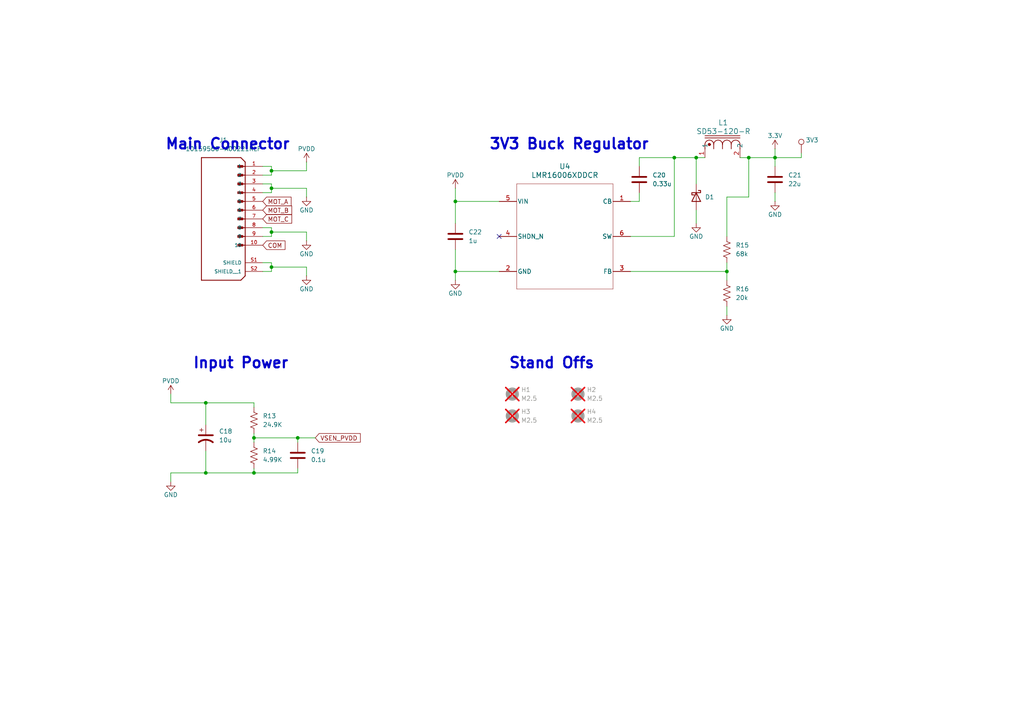
<source format=kicad_sch>
(kicad_sch (version 20231120) (generator "eeschema") (generator_version "8.0")
  (paper "A4")
  (title_block (title "Easy ESC") (date "2024-08-06") (rev "1.0") (company "Buckley Boards "))
  (lib_symbols
    (symbol "Connector:TestPoint" (pin_numbers hide) (pin_names (offset 0.762) hide)
      (property "Reference" "TP" (at 0 6.858 0))
      (property "Value" "TestPoint" (at 0 5.08 0))
      (symbol "TestPoint_0_1"
        (circle (center 0 3.302) (radius 0.762))
      )
      (symbol "TestPoint_1_1"
        (pin passive line (at 0 0 90) (length 2.54) (name "1") (number "1"))
      )
    )
    (symbol "Device:C" (pin_numbers hide) (pin_names (offset 0.254))
      (property "Reference" "C" (at 0.635 2.54 0))
      (property "Value" "C" (at 0.635 -2.54 0))
      (symbol "C_0_1"
        (polyline (pts (xy -2.032 -0.762) (xy 2.032 -0.762)) (stroke (width 0.508)))
        (polyline (pts (xy -2.032 0.762) (xy 2.032 0.762)) (stroke (width 0.508)))
      )
      (symbol "C_1_1"
        (pin passive line (at 0 3.81 270) (length 2.794) (name "~") (number "1"))
        (pin passive line (at 0 -3.81 90) (length 2.794) (name "~") (number "2"))
      )
    )
    (symbol "Device:C_Polarized_US" (pin_numbers hide) (pin_names (offset 0.254) hide)
      (property "Reference" "C" (at 0.635 2.54 0))
      (property "Value" "C_Polarized_US" (at 0.635 -2.54 0))
      (symbol "C_Polarized_US_0_1"
        (polyline (pts (xy -2.032 0.762) (xy 2.032 0.762)) (stroke (width 0.508)))
        (polyline (pts (xy -1.778 2.286) (xy -0.762 2.286)))
        (polyline (pts (xy -1.27 1.778) (xy -1.27 2.794)))
        (arc (start 2.032 -1.27) (mid 0 -0.5572) (end -2.032 -1.27) (stroke (width 0.508)))
      )
      (symbol "C_Polarized_US_1_1"
        (pin passive line (at 0 3.81 270) (length 2.794) (name "~") (number "1"))
        (pin passive line (at 0 -3.81 90) (length 3.302) (name "~") (number "2"))
      )
    )
    (symbol "Device:D_Schottky" (pin_numbers hide) (pin_names (offset 1.016) hide)
      (property "Reference" "D" (at 0 2.54 0))
      (property "Value" "D_Schottky" (at 0 -2.54 0))
      (symbol "D_Schottky_0_1"
        (polyline (pts (xy 1.27 0) (xy -1.27 0)))
        (polyline (pts (xy 1.27 1.27) (xy 1.27 -1.27) (xy -1.27 0) (xy 1.27 1.27)) (stroke (width 0.254)))
        (polyline (pts (xy -1.905 0.635) (xy -1.905 1.27) (xy -1.27 1.27) (xy -1.27 -1.27) (xy -0.635 -1.27) (xy -0.635 -0.635)) (stroke (width 0.254)))
      )
      (symbol "D_Schottky_1_1"
        (pin passive line (at -3.81 0 0) (length 2.54) (name "K") (number "1"))
        (pin passive line (at 3.81 0 180) (length 2.54) (name "A") (number "2"))
      )
    )
    (symbol "Device:R_US" (pin_numbers hide) (pin_names (offset 0))
      (property "Reference" "R" (at 2.54 0 90))
      (property "Value" "R_US" (at -2.54 0 90))
      (symbol "R_US_0_1"
        (polyline (pts (xy 0 -2.286) (xy 0 -2.54)))
        (polyline (pts (xy 0 2.286) (xy 0 2.54)))
        (polyline (pts (xy 0 -0.762) (xy 1.016 -1.143) (xy 0 -1.524) (xy -1.016 -1.905) (xy 0 -2.286)))
        (polyline (pts (xy 0 0.762) (xy 1.016 0.381) (xy 0 0) (xy -1.016 -0.381) (xy 0 -0.762)))
        (polyline (pts (xy 0 2.286) (xy 1.016 1.905) (xy 0 1.524) (xy -1.016 1.143) (xy 0 0.762)))
      )
      (symbol "R_US_1_1"
        (pin passive line (at 0 3.81 270) (length 1.27) (name "~") (number "1"))
        (pin passive line (at 0 -3.81 90) (length 1.27) (name "~") (number "2"))
      )
    )
    (symbol "EasyBLDC:10159560-A00221RLF" (pin_names (offset 1.016))
      (property "Reference" "J" (at 0 16.51 0))
      (property "Value" "10159560-A00221RLF" (at 0 -22.86 0))
      (symbol "10159560-A00221RLF_0_0"
        (polyline (pts (xy 0 -19.05) (xy 1.27 -20.32)) (stroke (width 0.254)))
        (polyline (pts (xy 0 -10.16) (xy 1.905 -10.16)) (stroke (width 0.254)))
        (polyline (pts (xy 0 -7.62) (xy 1.905 -7.62)) (stroke (width 0.254)))
        (polyline (pts (xy 0 -5.08) (xy 1.905 -5.08)) (stroke (width 0.254)))
        (polyline (pts (xy 0 -2.54) (xy 1.905 -2.54)) (stroke (width 0.254)))
        (polyline (pts (xy 0 0) (xy 1.905 0)) (stroke (width 0.254)))
        (polyline (pts (xy 0 2.54) (xy 1.905 2.54)) (stroke (width 0.254)))
        (polyline (pts (xy 0 5.08) (xy 1.905 5.08)) (stroke (width 0.254)))
        (polyline (pts (xy 0 7.62) (xy 1.905 7.62)) (stroke (width 0.254)))
        (polyline (pts (xy 0 10.16) (xy 1.905 10.16)) (stroke (width 0.254)))
        (polyline (pts (xy 0 12.7) (xy 0 -19.05)) (stroke (width 0.254)))
        (polyline (pts (xy 0 12.7) (xy 1.905 12.7)) (stroke (width 0.254)))
        (polyline (pts (xy 0 13.97) (xy 0 12.7)) (stroke (width 0.254)))
        (polyline (pts (xy 0 13.97) (xy 1.27 15.24)) (stroke (width 0.254)))
        (polyline (pts (xy 1.27 -20.32) (xy 12.7 -20.32)) (stroke (width 0.254)))
        (polyline (pts (xy 12.7 -20.32) (xy 12.7 15.24)) (stroke (width 0.254)))
        (polyline (pts (xy 12.7 15.24) (xy 1.27 15.24)) (stroke (width 0.254)))
        (rectangle (start 0.635 -10.4775) (end 2.2225 -9.8425) (stroke (width 0.1)) (fill (type outline)))
        (rectangle (start 0.635 -7.9375) (end 2.2225 -7.3025) (stroke (width 0.1)) (fill (type outline)))
        (rectangle (start 0.635 -5.3975) (end 2.2225 -4.7625) (stroke (width 0.1)) (fill (type outline)))
        (rectangle (start 0.635 -2.8575) (end 2.2225 -2.2225) (stroke (width 0.1)) (fill (type outline)))
        (rectangle (start 0.635 -0.3175) (end 2.2225 0.3175) (stroke (width 0.1)) (fill (type outline)))
        (rectangle (start 0.635 2.2225) (end 2.2225 2.8575) (stroke (width 0.1)) (fill (type outline)))
        (rectangle (start 0.635 4.7625) (end 2.2225 5.3975) (stroke (width 0.1)) (fill (type outline)))
        (rectangle (start 0.635 7.3025) (end 2.2225 7.9375) (stroke (width 0.1)) (fill (type outline)))
        (rectangle (start 0.635 9.8425) (end 2.2225 10.4775) (stroke (width 0.1)) (fill (type outline)))
        (rectangle (start 0.635 12.3825) (end 2.2225 13.0175) (stroke (width 0.1)) (fill (type outline)))
        (pin power_in line (at -5.08 12.7 0) (length 5.08) (name "1") (number "1"))
        (pin power_in line (at -5.08 -10.16 0) (length 5.08) (name "10") (number "10"))
        (pin power_in line (at -5.08 10.16 0) (length 5.08) (name "2") (number "2"))
        (pin power_in line (at -5.08 7.62 0) (length 5.08) (name "3") (number "3"))
        (pin power_in line (at -5.08 5.08 0) (length 5.08) (name "4") (number "4"))
        (pin power_in line (at -5.08 2.54 0) (length 5.08) (name "5") (number "5"))
        (pin power_in line (at -5.08 0 0) (length 5.08) (name "6") (number "6"))
        (pin power_in line (at -5.08 -2.54 0) (length 5.08) (name "7") (number "7"))
        (pin power_in line (at -5.08 -5.08 0) (length 5.08) (name "8") (number "8"))
        (pin power_in line (at -5.08 -7.62 0) (length 5.08) (name "9") (number "9"))
        (pin passive line (at -5.08 -15.24 0) (length 5.08) (name "SHIELD") (number "S1"))
        (pin passive line (at -5.08 -17.78 0) (length 5.08) (name "SHIELD__1") (number "S2"))
      )
    )
    (symbol "EasyBLDC:LMR16006XDDCR" (pin_names (offset 0.254))
      (property "Reference" "U" (at 0 2.54 0))
      (property "Value" "LMR16006XDDCR" (at 0 0 0))
      (symbol "LMR16006XDDCR_0_1"
        (polyline (pts (xy -12.7 -15.24) (xy 15.24 -15.24)) (stroke (width 0.1016)))
        (polyline (pts (xy -12.7 15.24) (xy -12.7 -15.24)) (stroke (width 0.1016)))
        (polyline (pts (xy 15.24 -15.24) (xy 15.24 15.24)) (stroke (width 0.1016)))
        (polyline (pts (xy 15.24 15.24) (xy -12.7 15.24)) (stroke (width 0.1016)))
        (pin output line (at 20.32 10.16 180) (length 5.08) (name "CB") (number "1"))
        (pin power_in line (at -17.78 -10.16 0) (length 5.08) (name "GND") (number "2"))
        (pin input line (at 20.32 -10.16 180) (length 5.08) (name "FB") (number "3"))
        (pin input line (at -17.78 0 0) (length 5.08) (name "SHDN_N") (number "4"))
        (pin power_in line (at -17.78 10.16 0) (length 5.08) (name "VIN") (number "5"))
        (pin power_in line (at 20.32 0 180) (length 5.08) (name "SW") (number "6"))
      )
    )
    (symbol "Mechanical:MountingHole" (pin_names (offset 1.016)) (exclude_from_sim yes) (in_bom no)
      (property "Reference" "H" (at 0 5.08 0))
      (property "Value" "MountingHole" (at 0 3.175 0))
      (symbol "MountingHole_0_1"
        (circle (center 0 0) (radius 1.27) (stroke (width 1.27)))
      )
    )
    (symbol "SD53:SD53-470-R" (pin_names (offset 0.254))
      (property "Reference" "L" (at 7.62 -1.27 0))
      (property "Value" "SD53-470-R" (at 7.62 -4.445 0))
      (symbol "SD53-470-R_1_1"
        (polyline (pts (xy 2.54 -10.16) (xy 3.81 -10.16)) (stroke (width 0.2032)))
        (polyline (pts (xy 2.54 -7.62) (xy 3.81 -7.62)) (stroke (width 0.2032)))
        (polyline (pts (xy 2.54 -5.08) (xy 3.81 -5.08)) (stroke (width 0.2032)))
        (polyline (pts (xy 2.54 -2.54) (xy 3.81 -2.54)) (stroke (width 0.2032)))
        (polyline (pts (xy 2.54 0) (xy 3.81 0)) (stroke (width 0.2032)))
        (polyline (pts (xy 3.683 -1.27) (xy 3.81 -1.27)) (stroke (width 0.508)))
        (polyline (pts (xy 5.715 0) (xy 5.715 -10.16)) (stroke (width 0.2032)))
        (polyline (pts (xy 6.35 0) (xy 6.35 -10.16)) (stroke (width 0.2032)))
        (arc (start 3.81 -10.16) (mid 5.0744 -8.89) (end 3.81 -7.62) (stroke (width 0.2032)))
        (arc (start 3.81 -7.62) (mid 5.0744 -6.35) (end 3.81 -5.08) (stroke (width 0.2032)))
        (arc (start 3.81 -5.08) (mid 5.0744 -3.81) (end 3.81 -2.54) (stroke (width 0.2032)))
        (arc (start 3.81 -2.54) (mid 5.0744 -1.27) (end 3.81 0) (stroke (width 0.2032)))
        (arc (start 3.81 -1.524) (mid 4.0628 -1.27) (end 3.81 -1.016) (stroke (width 0.254)))
        (arc (start 3.81 -1.524) (mid 4.0628 -1.27) (end 3.81 -1.016) (stroke (width 0.254)))
        (arc (start 3.81 -1.524) (mid 4.0628 -1.27) (end 3.81 -1.016) (stroke (width 0.254)))
        (arc (start 3.81 -1.524) (mid 4.0628 -1.27) (end 3.81 -1.016) (stroke (width 0.254)))
        (arc (start 3.81 -1.524) (mid 4.0628 -1.27) (end 3.81 -1.016) (stroke (width 0.254)))
        (arc (start 3.81 -1.524) (mid 4.0628 -1.27) (end 3.81 -1.016) (stroke (width 0.254)))
        (arc (start 3.81 -1.524) (mid 4.0628 -1.27) (end 3.81 -1.016) (stroke (width 0.254)))
        (arc (start 3.81 -1.016) (mid 3.5571 -1.27) (end 3.81 -1.524) (stroke (width 0.254)))
        (arc (start 3.81 -1.016) (mid 3.5571 -1.27) (end 3.81 -1.524) (stroke (width 0.254)))
        (arc (start 3.81 -1.016) (mid 3.5571 -1.27) (end 3.81 -1.524) (stroke (width 0.254)))
        (arc (start 3.81 -1.016) (mid 3.5571 -1.27) (end 3.81 -1.524) (stroke (width 0.254)))
        (arc (start 3.81 -1.016) (mid 3.5571 -1.27) (end 3.81 -1.524) (stroke (width 0.254)))
        (arc (start 3.81 -1.016) (mid 3.5571 -1.27) (end 3.81 -1.524) (stroke (width 0.254)))
        (arc (start 3.81 -1.016) (mid 3.5571 -1.27) (end 3.81 -1.524) (stroke (width 0.254)))
        (pin unspecified line (at 0 0 0) (length 2.54) (name "1") (number "1"))
        (pin unspecified line (at 0 -10.16 0) (length 2.54) (name "2") (number "2"))
      )
    )
    (symbol "power:GND" (power) (pin_numbers hide) (pin_names (offset 0) hide)
      (property "Value" "GND" (at 0 -3.81 0))
      (symbol "GND_0_1"
        (polyline (pts (xy 0 0) (xy 0 -1.27) (xy 1.27 -1.27) (xy 0 -2.54) (xy -1.27 -1.27) (xy 0 -1.27)))
      )
      (symbol "GND_1_1"
        (pin power_in line (at 0 0 270) (length 0) (name "~") (number "1"))
      )
    )
    (symbol "power:VDC" (power) (pin_numbers hide) (pin_names (offset 0) hide)
      (property "Value" "VDC" (at 0 3.556 0))
      (symbol "VDC_0_1"
        (polyline (pts (xy -0.762 1.27) (xy 0 2.54)))
        (polyline (pts (xy 0 0) (xy 0 2.54)))
        (polyline (pts (xy 0 2.54) (xy 0.762 1.27)))
      )
      (symbol "VDC_1_1"
        (pin power_in line (at 0 0 90) (length 0) (name "~") (number "1"))
      )
    )
  )
  (junction (at 86.36 127))
  (junction (at 73.66 127))
  (junction (at 78.74 67.31))
  (junction (at 132.08 58.42))
  (junction (at 132.08 78.74))
  (junction (at 73.66 137.16))
  (junction (at 78.74 77.47))
  (junction (at 59.69 116.84))
  (junction (at 210.82 78.74))
  (junction (at 78.74 49.53))
  (junction (at 195.58 45.72))
  (junction (at 217.17 45.72))
  (junction (at 224.79 45.72))
  (junction (at 78.74 54.61))
  (junction (at 59.69 137.16))
  (junction (at 201.93 45.72))
  (no_connect (at 144.78 68.58))
  (wire (pts (xy 217.17 57.15) (xy 210.82 57.15)))
  (wire (pts (xy 185.42 58.42) (xy 185.42 55.88)))
  (wire (pts (xy 78.74 68.58) (xy 76.2 68.58)))
  (wire (pts (xy 217.17 45.72) (xy 217.17 57.15)))
  (wire (pts (xy 78.74 54.61) (xy 88.9 54.61)))
  (wire (pts (xy 210.82 76.2) (xy 210.82 78.74)))
  (wire (pts (xy 182.88 68.58) (xy 195.58 68.58)))
  (wire (pts (xy 88.9 46.99) (xy 88.9 49.53)))
  (wire (pts (xy 78.74 78.74) (xy 76.2 78.74)))
  (wire (pts (xy 185.42 45.72) (xy 195.58 45.72)))
  (wire (pts (xy 49.53 114.3) (xy 49.53 116.84)))
  (wire (pts (xy 132.08 64.77) (xy 132.08 58.42)))
  (wire (pts (xy 73.66 116.84) (xy 59.69 116.84)))
  (wire (pts (xy 224.79 43.18) (xy 224.79 45.72)))
  (wire (pts (xy 86.36 127) (xy 91.44 127)))
  (wire (pts (xy 132.08 78.74) (xy 144.78 78.74)))
  (wire (pts (xy 76.2 76.2) (xy 78.74 76.2)))
  (wire (pts (xy 76.2 50.8) (xy 78.74 50.8)))
  (wire (pts (xy 76.2 55.88) (xy 78.74 55.88)))
  (wire (pts (xy 201.93 60.96) (xy 201.93 64.77)))
  (wire (pts (xy 132.08 72.39) (xy 132.08 78.74)))
  (wire (pts (xy 76.2 66.04) (xy 78.74 66.04)))
  (wire (pts (xy 182.88 78.74) (xy 210.82 78.74)))
  (wire (pts (xy 73.66 127) (xy 73.66 128.27)))
  (wire (pts (xy 232.41 44.45) (xy 232.41 45.72)))
  (wire (pts (xy 86.36 127) (xy 73.66 127)))
  (wire (pts (xy 232.41 45.72) (xy 224.79 45.72)))
  (wire (pts (xy 78.74 50.8) (xy 78.74 49.53)))
  (wire (pts (xy 201.93 45.72) (xy 201.93 53.34)))
  (wire (pts (xy 185.42 48.26) (xy 185.42 45.72)))
  (wire (pts (xy 210.82 78.74) (xy 210.82 81.28)))
  (wire (pts (xy 195.58 45.72) (xy 201.93 45.72)))
  (wire (pts (xy 59.69 130.81) (xy 59.69 137.16)))
  (wire (pts (xy 214.63 45.72) (xy 217.17 45.72)))
  (wire (pts (xy 78.74 54.61) (xy 78.74 53.34)))
  (wire (pts (xy 86.36 135.89) (xy 86.36 137.16)))
  (wire (pts (xy 78.74 67.31) (xy 88.9 67.31)))
  (wire (pts (xy 78.74 53.34) (xy 76.2 53.34)))
  (wire (pts (xy 217.17 45.72) (xy 224.79 45.72)))
  (wire (pts (xy 78.74 77.47) (xy 78.74 78.74)))
  (wire (pts (xy 78.74 55.88) (xy 78.74 54.61)))
  (wire (pts (xy 78.74 66.04) (xy 78.74 67.31)))
  (wire (pts (xy 78.74 49.53) (xy 88.9 49.53)))
  (wire (pts (xy 201.93 45.72) (xy 204.47 45.72)))
  (wire (pts (xy 88.9 77.47) (xy 88.9 80.01)))
  (wire (pts (xy 73.66 118.11) (xy 73.66 116.84)))
  (wire (pts (xy 78.74 76.2) (xy 78.74 77.47)))
  (wire (pts (xy 224.79 55.88) (xy 224.79 58.42)))
  (wire (pts (xy 132.08 78.74) (xy 132.08 81.28)))
  (wire (pts (xy 195.58 68.58) (xy 195.58 45.72)))
  (wire (pts (xy 73.66 137.16) (xy 59.69 137.16)))
  (wire (pts (xy 78.74 77.47) (xy 88.9 77.47)))
  (wire (pts (xy 49.53 137.16) (xy 49.53 139.7)))
  (wire (pts (xy 88.9 67.31) (xy 88.9 69.85)))
  (wire (pts (xy 88.9 54.61) (xy 88.9 57.15)))
  (wire (pts (xy 73.66 125.73) (xy 73.66 127)))
  (wire (pts (xy 49.53 116.84) (xy 59.69 116.84)))
  (wire (pts (xy 132.08 58.42) (xy 132.08 54.61)))
  (wire (pts (xy 210.82 57.15) (xy 210.82 68.58)))
  (wire (pts (xy 73.66 135.89) (xy 73.66 137.16)))
  (wire (pts (xy 78.74 48.26) (xy 76.2 48.26)))
  (wire (pts (xy 210.82 88.9) (xy 210.82 91.44)))
  (wire (pts (xy 49.53 137.16) (xy 59.69 137.16)))
  (wire (pts (xy 132.08 58.42) (xy 144.78 58.42)))
  (wire (pts (xy 86.36 128.27) (xy 86.36 127)))
  (wire (pts (xy 78.74 49.53) (xy 78.74 48.26)))
  (wire (pts (xy 224.79 48.26) (xy 224.79 45.72)))
  (wire (pts (xy 59.69 116.84) (xy 59.69 123.19)))
  (wire (pts (xy 78.74 67.31) (xy 78.74 68.58)))
  (wire (pts (xy 182.88 58.42) (xy 185.42 58.42)))
  (wire (pts (xy 86.36 137.16) (xy 73.66 137.16)))
  (text "Stand Offs" (at 160.02 105.41 0) (effects (font (size 3.048 3.048) (bold yes))))
  (text "Main Connector" (at 66.04 41.91 0) (effects (font (size 3.048 3.048) (bold yes))))
  (text "Input Power" (at 69.85 105.41 0) (effects (font (size 3.048 3.048) (bold yes))))
  (text "3V3 Buck Regulator" (at 165.1 41.91 0) (effects (font (size 3.048 3.048) (bold yes))))
  (global_label "MOT_A" (shape input) (at 76.2 58.42 0) (property "Intersheetrefs" "${INTERSHEET_REFS}" (effects (hide yes))))
  (global_label "COM" (shape input) (at 76.2 71.12 0) (property "Intersheetrefs" "${INTERSHEET_REFS}" (effects (hide yes))))
  (global_label "MOT_B" (shape input) (at 76.2 60.96 0) (property "Intersheetrefs" "${INTERSHEET_REFS}" (effects (hide yes))))
  (global_label "VSEN_PVDD" (shape input) (at 91.44 127 0) (property "Intersheetrefs" "${INTERSHEET_REFS}" (effects (hide yes))))
  (global_label "MOT_C" (shape input) (at 76.2 63.5 0) (property "Intersheetrefs" "${INTERSHEET_REFS}" (effects (hide yes))))
  (symbol (lib_id "power:VDC") (at 132.08 54.61 0) (unit 1)
    (property "Reference" "#PWR052" (effects (hide yes)))
    (property "Value" "PVDD" (at 132.08 50.8 0))
    (property "Description" "Power symbol creates a global label with name \"VDC\"" (effects (hide yes)))
  )
  (symbol (lib_id "Device:C_Polarized_US") (at 59.69 127 0) (unit 1)
    (property "Reference" "C18" (at 63.5 125.0949 0) (effects (justify left)))
    (property "Value" "10u" (at 63.5 127.6349 0) (effects (justify left)))
    (property "Footprint" "Capacitor_SMD:C_1210_3225Metric" (effects (hide yes)))
    (property "Description" "Polarized capacitor, US symbol" (effects (hide yes)))
  )
  (symbol (lib_id "Mechanical:MountingHole") (at 167.64 120.65 0) (unit 1) (exclude_from_sim yes) (in_bom no) (dnp yes)
    (property "Reference" "H4" (at 170.18 119.3799 0) (effects (justify left)))
    (property "Value" "M2.5" (at 170.18 121.9199 0) (effects (justify left)))
    (property "Footprint" "MountingHole:MountingHole_2.7mm_M2.5_ISO7380" (effects (hide yes)))
    (property "Description" "Mounting Hole without connection" (effects (hide yes)))
  )
  (symbol (lib_id "power:VDC") (at 224.79 43.18 0) (unit 1)
    (property "Reference" "#PWR050" (effects (hide yes)))
    (property "Value" "3.3V" (at 224.79 39.37 0))
    (property "Description" "Power symbol creates a global label with name \"VDC\"" (effects (hide yes)))
  )
  (symbol (lib_id "Device:C") (at 132.08 68.58 0) (unit 1)
    (property "Reference" "C22" (at 135.89 67.3099 0) (effects (justify left)))
    (property "Value" "1u" (at 135.89 69.8499 0) (effects (justify left)))
    (property "Footprint" "Capacitor_SMD:C_0603_1608Metric" (effects (hide yes)))
    (property "Description" "Unpolarized capacitor" (effects (hide yes)))
  )
  (symbol (lib_id "power:GND") (at 132.08 81.28 0) (unit 1)
    (property "Reference" "#PWR047" (effects (hide yes)))
    (property "Value" "GND" (at 132.08 85.09 0))
    (property "Description" "Power symbol creates a global label with name \"GND\" , ground" (effects (hide yes)))
  )
  (symbol (lib_id "Connector:TestPoint") (at 232.41 44.45 0) (unit 1)
    (property "Reference" "3V3" (at 233.68 40.64 0) (effects (justify left)))
    (property "Value" "TestPoint" (effects (hide yes)))
    (property "Footprint" "TestPoint:TestPoint_Pad_D2.0mm" (effects (hide yes)))
    (property "Description" "test point" (effects (hide yes)))
  )
  (symbol (lib_id "Mechanical:MountingHole") (at 148.59 114.3 0) (unit 1) (exclude_from_sim yes) (in_bom no) (dnp yes)
    (property "Reference" "H1" (at 151.13 113.0299 0) (effects (justify left)))
    (property "Value" "M2.5" (at 151.13 115.5699 0) (effects (justify left)))
    (property "Footprint" "MountingHole:MountingHole_2.7mm_M2.5_ISO7380" (effects (hide yes)))
    (property "Description" "Mounting Hole without connection" (effects (hide yes)))
  )
  (symbol (lib_id "SD53:SD53-470-R") (at 204.47 45.72 90) (unit 1)
    (property "Reference" "L1" (at 208.28 35.56 90) (effects (font (size 1.524 1.524)) (justify right)))
    (property "Value" "SD53-120-R" (at 201.93 38.1 90) (effects (font (size 1.524 1.524)) (justify right)))
    (property "Footprint" "EasyBLDC:SD53" (effects (hide yes)))
    (property "Datasheet" "SD53-470-R" (effects (hide yes)))
  )
  (symbol (lib_id "Mechanical:MountingHole") (at 167.64 114.3 0) (unit 1) (exclude_from_sim yes) (in_bom no) (dnp yes)
    (property "Reference" "H2" (at 170.18 113.0299 0) (effects (justify left)))
    (property "Value" "M2.5" (at 170.18 115.5699 0) (effects (justify left)))
    (property "Footprint" "MountingHole:MountingHole_2.7mm_M2.5_ISO7380" (effects (hide yes)))
    (property "Description" "Mounting Hole without connection" (effects (hide yes)))
  )
  (symbol (lib_id "power:GND") (at 210.82 91.44 0) (unit 1)
    (property "Reference" "#PWR049" (effects (hide yes)))
    (property "Value" "GND" (at 210.82 95.25 0))
    (property "Description" "Power symbol creates a global label with name \"GND\" , ground" (effects (hide yes)))
  )
  (symbol (lib_id "Device:D_Schottky") (at 201.93 57.15 270) (unit 1)
    (property "Reference" "D1" (at 204.47 57.15 90) (effects (justify left)))
    (property "Value" "D_Schottky" (effects (hide yes)))
    (property "Footprint" "Diode_SMD:D_SOD-123" (effects (hide yes)))
    (property "Description" "Schottky diode" (effects (hide yes)))
  )
  (symbol (lib_id "Device:C") (at 86.36 132.08 0) (unit 1)
    (property "Reference" "C19" (at 90.17 130.8099 0) (effects (justify left)))
    (property "Value" "0.1u" (at 90.17 133.3499 0) (effects (justify left)))
    (property "Footprint" "Capacitor_SMD:C_0402_1005Metric" (effects (hide yes)))
    (property "Description" "Unpolarized capacitor" (effects (hide yes)))
  )
  (symbol (lib_id "Device:R_US") (at 210.82 85.09 0) (unit 1)
    (property "Reference" "R16" (at 213.36 83.8199 0) (effects (justify left)))
    (property "Value" "20k" (at 213.36 86.3599 0) (effects (justify left)))
    (property "Footprint" "Resistor_SMD:R_0603_1608Metric" (effects (hide yes)))
    (property "Description" "Resistor, US symbol" (effects (hide yes)))
  )
  (symbol (lib_id "power:VDC") (at 88.9 46.99 0) (unit 1)
    (property "Reference" "#PWR053" (effects (hide yes)))
    (property "Value" "PVDD" (at 88.9 43.18 0))
    (property "Description" "Power symbol creates a global label with name \"VDC\"" (effects (hide yes)))
  )
  (symbol (lib_id "power:GND") (at 224.79 58.42 0) (unit 1)
    (property "Reference" "#PWR051" (effects (hide yes)))
    (property "Value" "GND" (at 224.79 62.23 0))
    (property "Description" "Power symbol creates a global label with name \"GND\" , ground" (effects (hide yes)))
  )
  (symbol (lib_id "power:GND") (at 201.93 64.77 0) (unit 1)
    (property "Reference" "#PWR048" (effects (hide yes)))
    (property "Value" "GND" (at 201.93 68.58 0))
    (property "Description" "Power symbol creates a global label with name \"GND\" , ground" (effects (hide yes)))
  )
  (symbol (lib_id "Device:R_US") (at 73.66 132.08 0) (unit 1)
    (property "Reference" "R14" (at 76.2 130.8099 0) (effects (justify left)))
    (property "Value" "4.99K" (at 76.2 133.3499 0) (effects (justify left)))
    (property "Footprint" "Resistor_SMD:R_0402_1005Metric" (effects (hide yes)))
    (property "Description" "Resistor, US symbol" (effects (hide yes)))
  )
  (symbol (lib_id "Mechanical:MountingHole") (at 148.59 120.65 0) (unit 1) (exclude_from_sim yes) (in_bom no) (dnp yes)
    (property "Reference" "H3" (at 151.13 119.3799 0) (effects (justify left)))
    (property "Value" "M2.5" (at 151.13 121.9199 0) (effects (justify left)))
    (property "Footprint" "MountingHole:MountingHole_2.7mm_M2.5_ISO7380" (effects (hide yes)))
    (property "Description" "Mounting Hole without connection" (effects (hide yes)))
  )
  (symbol (lib_id "power:GND") (at 88.9 80.01 0) (unit 1)
    (property "Reference" "#PWR046" (effects (hide yes)))
    (property "Value" "GND" (at 88.9 83.82 0))
    (property "Description" "Power symbol creates a global label with name \"GND\" , ground" (effects (hide yes)))
  )
  (symbol (lib_id "power:GND") (at 88.9 69.85 0) (unit 1)
    (property "Reference" "#PWR045" (effects (hide yes)))
    (property "Value" "GND" (at 88.9 73.66 0))
    (property "Description" "Power symbol creates a global label with name \"GND\" , ground" (effects (hide yes)))
  )
  (symbol (lib_id "EasyBLDC:10159560-A00221RLF") (at 71.12 60.96 0) (mirror y) (unit 1)
    (property "Reference" "J1" (at 64.77 40.64 0))
    (property "Value" "10159560-A00221RLF" (at 64.77 43.18 0))
    (property "Footprint" "EasyBLDC:AMPHENOL_10159560-A00221RLF" (effects (hide yes)))
    (property "PARTREV" "C" (effects (hide yes)))
    (property "STANDARD" "Manufacturer Recommendations" (effects (hide yes)))
    (property "MAXIMUM_PACKAGE_HEIGHT" "5.70mm" (effects (hide yes)))
    (property "MANUFACTURER" "Amphenol ICC" (effects (hide yes)))
  )
  (symbol (lib_id "Device:C") (at 185.42 52.07 0) (unit 1)
    (property "Reference" "C20" (at 189.23 50.7999 0) (effects (justify left)))
    (property "Value" "0.33u" (at 189.23 53.3399 0) (effects (justify left)))
    (property "Footprint" "Capacitor_SMD:C_0603_1608Metric" (effects (hide yes)))
    (property "Description" "Unpolarized capacitor" (effects (hide yes)))
  )
  (symbol (lib_id "Device:R_US") (at 210.82 72.39 0) (unit 1)
    (property "Reference" "R15" (at 213.36 71.1199 0) (effects (justify left)))
    (property "Value" "68k" (at 213.36 73.6599 0) (effects (justify left)))
    (property "Footprint" "Resistor_SMD:R_0603_1608Metric" (effects (hide yes)))
    (property "Description" "Resistor, US symbol" (effects (hide yes)))
  )
  (symbol (lib_id "Device:R_US") (at 73.66 121.92 0) (unit 1)
    (property "Reference" "R13" (at 76.2 120.6499 0) (effects (justify left)))
    (property "Value" "24.9K" (at 76.2 123.1899 0) (effects (justify left)))
    (property "Footprint" "Resistor_SMD:R_0603_1608Metric" (effects (hide yes)))
    (property "Description" "Resistor, US symbol" (effects (hide yes)))
  )
  (symbol (lib_id "power:VDC") (at 49.53 114.3 0) (mirror y) (unit 1)
    (property "Reference" "#PWR054" (effects (hide yes)))
    (property "Value" "PVDD" (at 49.53 110.49 0))
    (property "Description" "Power symbol creates a global label with name \"VDC\"" (effects (hide yes)))
  )
  (symbol (lib_id "power:GND") (at 49.53 139.7 0) (mirror y) (unit 1)
    (property "Reference" "#PWR055" (effects (hide yes)))
    (property "Value" "GND" (at 49.53 143.51 0))
    (property "Description" "Power symbol creates a global label with name \"GND\" , ground" (effects (hide yes)))
  )
  (symbol (lib_id "EasyBLDC:LMR16006XDDCR") (at 162.56 68.58 0) (unit 1)
    (property "Reference" "U4" (at 163.83 48.26 0) (effects (font (size 1.524 1.524))))
    (property "Value" "LMR16006XDDCR" (at 163.83 50.8 0) (effects (font (size 1.524 1.524))))
    (property "Footprint" "EasyBLDC:DDC0006A" (effects (hide yes)))
    (property "Datasheet" "LMR16006XDDCR" (effects (hide yes)))
  )
  (symbol (lib_id "power:GND") (at 88.9 57.15 0) (unit 1)
    (property "Reference" "#PWR044" (effects (hide yes)))
    (property "Value" "GND" (at 88.9 60.96 0))
    (property "Description" "Power symbol creates a global label with name \"GND\" , ground" (effects (hide yes)))
  )
  (symbol (lib_id "Device:C") (at 224.79 52.07 0) (unit 1)
    (property "Reference" "C21" (at 228.6 50.7999 0) (effects (justify left)))
    (property "Value" "22u" (at 228.6 53.3399 0) (effects (justify left)))
    (property "Footprint" "Capacitor_SMD:C_0603_1608Metric" (effects (hide yes)))
    (property "Description" "Unpolarized capacitor" (effects (hide yes)))
  )
)
</source>
